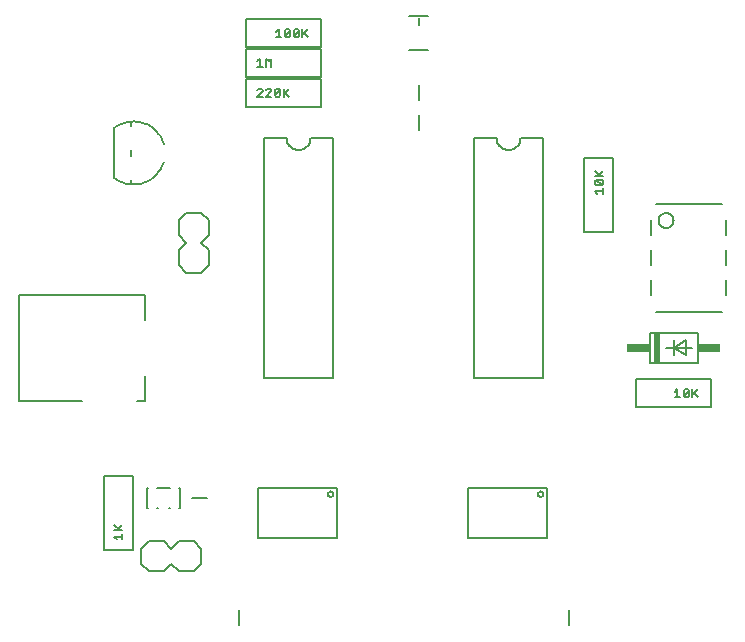
<source format=gto>
G75*
G70*
%OFA0B0*%
%FSLAX24Y24*%
%IPPOS*%
%LPD*%
%AMOC8*
5,1,8,0,0,1.08239X$1,22.5*
%
%ADD10C,0.0050*%
%ADD11C,0.0060*%
%ADD12C,0.0080*%
%ADD13R,0.0200X0.1000*%
%ADD14R,0.0750X0.0300*%
D10*
X004947Y006786D02*
X004857Y006876D01*
X005127Y006876D01*
X005127Y006786D02*
X005127Y006966D01*
X005127Y007081D02*
X004857Y007081D01*
X004992Y007126D02*
X005127Y007261D01*
X005037Y007081D02*
X004857Y007261D01*
X009663Y006815D02*
X009663Y008508D01*
X012301Y008508D01*
X012301Y006815D01*
X009663Y006815D01*
X011977Y008291D02*
X011979Y008309D01*
X011985Y008327D01*
X011994Y008343D01*
X012006Y008356D01*
X012021Y008367D01*
X012038Y008375D01*
X012056Y008379D01*
X012074Y008379D01*
X012092Y008375D01*
X012109Y008367D01*
X012124Y008356D01*
X012136Y008343D01*
X012145Y008327D01*
X012151Y008309D01*
X012153Y008291D01*
X012151Y008273D01*
X012145Y008255D01*
X012136Y008239D01*
X012124Y008226D01*
X012109Y008215D01*
X012092Y008207D01*
X012074Y008203D01*
X012056Y008203D01*
X012038Y008207D01*
X012021Y008215D01*
X012006Y008226D01*
X011994Y008239D01*
X011985Y008255D01*
X011979Y008273D01*
X011977Y008291D01*
X016663Y008508D02*
X016663Y006815D01*
X019301Y006815D01*
X019301Y008508D01*
X016663Y008508D01*
X018977Y008291D02*
X018979Y008309D01*
X018985Y008327D01*
X018994Y008343D01*
X019006Y008356D01*
X019021Y008367D01*
X019038Y008375D01*
X019056Y008379D01*
X019074Y008379D01*
X019092Y008375D01*
X019109Y008367D01*
X019124Y008356D01*
X019136Y008343D01*
X019145Y008327D01*
X019151Y008309D01*
X019153Y008291D01*
X019151Y008273D01*
X019145Y008255D01*
X019136Y008239D01*
X019124Y008226D01*
X019109Y008215D01*
X019092Y008207D01*
X019074Y008203D01*
X019056Y008203D01*
X019038Y008207D01*
X019021Y008215D01*
X019006Y008226D01*
X018994Y008239D01*
X018985Y008255D01*
X018979Y008273D01*
X018977Y008291D01*
X023543Y011516D02*
X023723Y011516D01*
X023633Y011516D02*
X023633Y011786D01*
X023543Y011696D01*
X023837Y011741D02*
X023837Y011561D01*
X024018Y011741D01*
X024018Y011561D01*
X023973Y011516D01*
X023882Y011516D01*
X023837Y011561D01*
X023837Y011741D02*
X023882Y011786D01*
X023973Y011786D01*
X024018Y011741D01*
X024132Y011786D02*
X024132Y011516D01*
X024132Y011606D02*
X024312Y011786D01*
X024177Y011651D02*
X024312Y011516D01*
X023002Y017411D02*
X023004Y017442D01*
X023010Y017473D01*
X023020Y017503D01*
X023033Y017531D01*
X023050Y017558D01*
X023070Y017582D01*
X023093Y017604D01*
X023118Y017622D01*
X023146Y017637D01*
X023175Y017649D01*
X023205Y017657D01*
X023236Y017661D01*
X023268Y017661D01*
X023299Y017657D01*
X023329Y017649D01*
X023358Y017637D01*
X023386Y017622D01*
X023411Y017604D01*
X023434Y017582D01*
X023454Y017558D01*
X023471Y017531D01*
X023484Y017503D01*
X023494Y017473D01*
X023500Y017442D01*
X023502Y017411D01*
X023500Y017380D01*
X023494Y017349D01*
X023484Y017319D01*
X023471Y017291D01*
X023454Y017264D01*
X023434Y017240D01*
X023411Y017218D01*
X023386Y017200D01*
X023358Y017185D01*
X023329Y017173D01*
X023299Y017165D01*
X023268Y017161D01*
X023236Y017161D01*
X023205Y017165D01*
X023175Y017173D01*
X023146Y017185D01*
X023118Y017200D01*
X023093Y017218D01*
X023070Y017240D01*
X023050Y017264D01*
X023033Y017291D01*
X023020Y017319D01*
X023010Y017349D01*
X023004Y017380D01*
X023002Y017411D01*
X021147Y018302D02*
X021147Y018482D01*
X021147Y018392D02*
X020877Y018392D01*
X020967Y018302D01*
X020922Y018597D02*
X020877Y018642D01*
X020877Y018732D01*
X020922Y018777D01*
X021102Y018597D01*
X021147Y018642D01*
X021147Y018732D01*
X021102Y018777D01*
X020922Y018777D01*
X020877Y018892D02*
X021147Y018892D01*
X021057Y018892D02*
X020877Y019072D01*
X021012Y018937D02*
X021147Y019072D01*
X021102Y018597D02*
X020922Y018597D01*
X011312Y023516D02*
X011177Y023651D01*
X011132Y023606D02*
X011312Y023786D01*
X011132Y023786D02*
X011132Y023516D01*
X011018Y023561D02*
X011018Y023741D01*
X010837Y023561D01*
X010882Y023516D01*
X010973Y023516D01*
X011018Y023561D01*
X011018Y023741D02*
X010973Y023786D01*
X010882Y023786D01*
X010837Y023741D01*
X010837Y023561D01*
X010723Y023561D02*
X010723Y023741D01*
X010543Y023561D01*
X010588Y023516D01*
X010678Y023516D01*
X010723Y023561D01*
X010543Y023561D02*
X010543Y023741D01*
X010588Y023786D01*
X010678Y023786D01*
X010723Y023741D01*
X010428Y023516D02*
X010248Y023516D01*
X010338Y023516D02*
X010338Y023786D01*
X010248Y023696D01*
X010101Y022806D02*
X010101Y022536D01*
X009921Y022536D02*
X009921Y022806D01*
X010011Y022716D01*
X010101Y022806D01*
X009717Y022806D02*
X009717Y022536D01*
X009627Y022536D02*
X009807Y022536D01*
X009627Y022716D02*
X009717Y022806D01*
X009762Y021806D02*
X009672Y021806D01*
X009627Y021761D01*
X009762Y021806D02*
X009807Y021761D01*
X009807Y021716D01*
X009627Y021536D01*
X009807Y021536D01*
X009921Y021536D02*
X010101Y021716D01*
X010101Y021761D01*
X010056Y021806D01*
X009966Y021806D01*
X009921Y021761D01*
X009921Y021536D02*
X010101Y021536D01*
X010216Y021581D02*
X010396Y021761D01*
X010396Y021581D01*
X010351Y021536D01*
X010261Y021536D01*
X010216Y021581D01*
X010216Y021761D01*
X010261Y021806D01*
X010351Y021806D01*
X010396Y021761D01*
X010511Y021806D02*
X010511Y021536D01*
X010511Y021626D02*
X010691Y021806D01*
X010556Y021671D02*
X010691Y021536D01*
X005402Y020706D02*
X005402Y020549D01*
X004852Y020486D02*
X004852Y018837D01*
X005402Y018774D02*
X005402Y018616D01*
X005402Y019549D02*
X005402Y019774D01*
X004852Y020486D02*
X004900Y020521D01*
X004950Y020554D01*
X005002Y020585D01*
X005056Y020612D01*
X005111Y020636D01*
X005168Y020656D01*
X005225Y020674D01*
X005283Y020688D01*
X005342Y020699D01*
X005402Y020706D01*
X006505Y019351D02*
X006485Y019291D01*
X006461Y019232D01*
X006433Y019175D01*
X006402Y019120D01*
X006367Y019066D01*
X006330Y019015D01*
X006289Y018966D01*
X006245Y018920D01*
X006199Y018876D01*
X006150Y018835D01*
X006099Y018797D01*
X006046Y018763D01*
X005990Y018731D01*
X005933Y018704D01*
X005874Y018679D01*
X005814Y018659D01*
X005753Y018641D01*
X005691Y018628D01*
X005628Y018619D01*
X005565Y018613D01*
X005501Y018611D01*
X005437Y018613D01*
X005374Y018619D01*
X005311Y018628D01*
X005249Y018642D01*
X005188Y018659D01*
X005128Y018680D01*
X005069Y018704D01*
X005012Y018732D01*
X004956Y018764D01*
X004903Y018799D01*
X004852Y018836D01*
X005402Y020706D02*
X005464Y020710D01*
X005527Y020711D01*
X005589Y020707D01*
X005651Y020700D01*
X005712Y020690D01*
X005773Y020675D01*
X005833Y020657D01*
X005892Y020636D01*
X005949Y020611D01*
X006004Y020583D01*
X006058Y020552D01*
X006110Y020517D01*
X006160Y020479D01*
X006207Y020439D01*
X006252Y020395D01*
X006295Y020350D01*
X006334Y020301D01*
X006371Y020251D01*
X006404Y020198D01*
X006435Y020144D01*
X006462Y020087D01*
X006485Y020030D01*
X006505Y019971D01*
D11*
X009852Y020161D02*
X010602Y020161D01*
X010604Y020122D01*
X010610Y020083D01*
X010619Y020045D01*
X010632Y020008D01*
X010649Y019972D01*
X010669Y019939D01*
X010693Y019907D01*
X010719Y019878D01*
X010748Y019852D01*
X010780Y019828D01*
X010813Y019808D01*
X010849Y019791D01*
X010886Y019778D01*
X010924Y019769D01*
X010963Y019763D01*
X011002Y019761D01*
X011041Y019763D01*
X011080Y019769D01*
X011118Y019778D01*
X011155Y019791D01*
X011191Y019808D01*
X011224Y019828D01*
X011256Y019852D01*
X011285Y019878D01*
X011311Y019907D01*
X011335Y019939D01*
X011355Y019972D01*
X011372Y020008D01*
X011385Y020045D01*
X011394Y020083D01*
X011400Y020122D01*
X011402Y020161D01*
X012152Y020161D01*
X012152Y012161D01*
X009852Y012161D01*
X009852Y020161D01*
X016852Y020161D02*
X017602Y020161D01*
X017604Y020122D01*
X017610Y020083D01*
X017619Y020045D01*
X017632Y020008D01*
X017649Y019972D01*
X017669Y019939D01*
X017693Y019907D01*
X017719Y019878D01*
X017748Y019852D01*
X017780Y019828D01*
X017813Y019808D01*
X017849Y019791D01*
X017886Y019778D01*
X017924Y019769D01*
X017963Y019763D01*
X018002Y019761D01*
X018041Y019763D01*
X018080Y019769D01*
X018118Y019778D01*
X018155Y019791D01*
X018191Y019808D01*
X018224Y019828D01*
X018256Y019852D01*
X018285Y019878D01*
X018311Y019907D01*
X018335Y019939D01*
X018355Y019972D01*
X018372Y020008D01*
X018385Y020045D01*
X018394Y020083D01*
X018400Y020122D01*
X018402Y020161D01*
X019152Y020161D01*
X019152Y012161D01*
X016852Y012161D01*
X016852Y020161D01*
X022702Y013661D02*
X022702Y012661D01*
X024302Y012661D01*
X024302Y013661D01*
X022702Y013661D01*
X023252Y013161D02*
X023502Y013161D01*
X023502Y012911D01*
X023502Y013161D02*
X023502Y013411D01*
X023502Y013161D02*
X023902Y013411D01*
X023902Y012911D01*
X023502Y013161D01*
X024102Y013161D01*
X007062Y008480D02*
X007062Y007842D01*
X007025Y007842D01*
X006707Y007842D02*
X006670Y007842D01*
X006333Y007842D02*
X006296Y007842D01*
X005979Y007842D02*
X005942Y007842D01*
X005942Y008480D01*
X005979Y008480D01*
X006296Y008480D02*
X006707Y008480D01*
X007025Y008480D02*
X007062Y008480D01*
D12*
X005752Y005961D02*
X006002Y005711D01*
X006502Y005711D01*
X006752Y005961D01*
X007002Y005711D01*
X007502Y005711D01*
X007752Y005961D01*
X007752Y006461D01*
X007502Y006711D01*
X007002Y006711D01*
X006752Y006461D01*
X006502Y006711D01*
X006002Y006711D01*
X005752Y006461D01*
X005752Y005961D01*
X005474Y006421D02*
X005474Y008901D01*
X004529Y008901D01*
X004529Y006421D01*
X005474Y006421D01*
X007452Y008161D02*
X007952Y008161D01*
X005895Y011390D02*
X005620Y011390D01*
X005895Y011390D02*
X005895Y012216D01*
X005895Y014106D02*
X005895Y014933D01*
X001683Y014933D01*
X001683Y011390D01*
X003769Y011390D01*
X007252Y015661D02*
X007002Y015911D01*
X007002Y016411D01*
X007252Y016661D01*
X007002Y016911D01*
X007002Y017411D01*
X007252Y017661D01*
X007752Y017661D01*
X008002Y017411D01*
X008002Y016911D01*
X007752Y016661D01*
X008002Y016411D01*
X008002Y015911D01*
X007752Y015661D01*
X007252Y015661D01*
X009262Y021189D02*
X011742Y021189D01*
X011742Y022134D01*
X009262Y022134D01*
X009262Y021189D01*
X009262Y022189D02*
X011742Y022189D01*
X011742Y023134D01*
X009262Y023134D01*
X009262Y022189D01*
X009262Y023189D02*
X009262Y024134D01*
X011742Y024134D01*
X011742Y023189D01*
X009262Y023189D01*
X014687Y023090D02*
X015317Y023090D01*
X015002Y023911D02*
X015002Y024161D01*
X014687Y024232D02*
X015317Y024232D01*
X015002Y021911D02*
X015002Y021411D01*
X015002Y020911D02*
X015002Y020411D01*
X020529Y019501D02*
X020529Y017021D01*
X021474Y017021D01*
X021474Y019501D01*
X020529Y019501D01*
X022902Y017961D02*
X025102Y017961D01*
X025252Y017411D02*
X025252Y016911D01*
X025252Y016411D02*
X025252Y015911D01*
X025252Y015411D02*
X025252Y014911D01*
X025102Y014361D02*
X022902Y014361D01*
X022752Y014911D02*
X022752Y015411D01*
X022752Y015911D02*
X022752Y016411D01*
X022752Y016911D02*
X022752Y017411D01*
X022262Y012134D02*
X024742Y012134D01*
X024742Y011189D01*
X022262Y011189D01*
X022262Y012134D01*
X020002Y004411D02*
X020002Y003911D01*
X009002Y003911D02*
X009002Y004411D01*
D13*
X022952Y013161D03*
D14*
X022327Y013161D03*
X024677Y013161D03*
M02*

</source>
